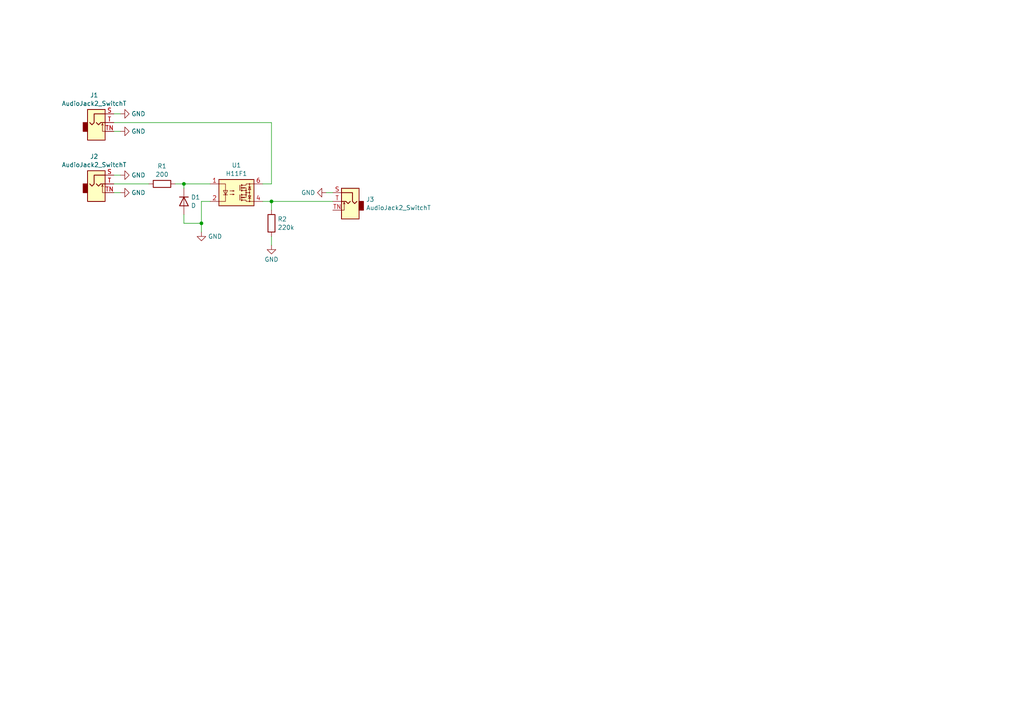
<source format=kicad_sch>
(kicad_sch (version 20231120) (generator "eeschema") (generator_version "8.0")
  (paper "A4")
  (lib_symbols
    (symbol "Connector_Audio:AudioJack2_SwitchT"
      (property "Reference" "J" (at 0 8.89 0))
      (property "Value" "AudioJack2_SwitchT" (at 0 6.35 0))
      (symbol "AudioJack2_SwitchT_0_1"
        (rectangle (start -2.54 0) (end -3.81 -2.54) (stroke (width 0.254)) (fill (type outline)))
        (polyline (pts (xy 1.778 -0.254) (xy 2.032 -0.762)))
        (polyline (pts (xy 0 0) (xy 0.635 -0.635) (xy 1.27 0) (xy 2.54 0)) (stroke (width 0.254)))
        (polyline (pts (xy 2.54 -2.54) (xy 1.778 -2.54) (xy 1.778 -0.254) (xy 1.524 -0.762)))
        (polyline (pts (xy 2.54 2.54) (xy -0.635 2.54) (xy -0.635 0) (xy -1.27 -0.635) (xy -1.905 0)) (stroke (width 0.254)))
        (rectangle (start 2.54 3.81) (end -2.54 -5.08) (stroke (width 0.254)) (fill (type background)))
      )
      (symbol "AudioJack2_SwitchT_1_1"
        (pin passive line (at 5.08 2.54 180) (length 2.54) (name "~") (number "S"))
        (pin passive line (at 5.08 0 180) (length 2.54) (name "~") (number "T"))
        (pin passive line (at 5.08 -2.54 180) (length 2.54) (name "~") (number "TN"))
      )
    )
    (symbol "Device:D" (pin_numbers hide) (pin_names (offset 1.016) hide)
      (property "Reference" "D" (at 0 2.54 0))
      (property "Value" "D" (at 0 -2.54 0))
      (symbol "D_0_1"
        (polyline (pts (xy -1.27 1.27) (xy -1.27 -1.27)) (stroke (width 0.254)))
        (polyline (pts (xy 1.27 0) (xy -1.27 0)))
        (polyline (pts (xy 1.27 1.27) (xy 1.27 -1.27) (xy -1.27 0) (xy 1.27 1.27)) (stroke (width 0.254)))
      )
      (symbol "D_1_1"
        (pin passive line (at -3.81 0 0) (length 2.54) (name "K") (number "1"))
        (pin passive line (at 3.81 0 180) (length 2.54) (name "A") (number "2"))
      )
    )
    (symbol "Device:R" (pin_numbers hide) (pin_names (offset 0))
      (property "Reference" "R" (at 2.032 0 90))
      (property "Value" "R" (at 0 0 90))
      (symbol "R_0_1"
        (rectangle (start -1.016 -2.54) (end 1.016 2.54) (stroke (width 0.254)))
      )
      (symbol "R_1_1"
        (pin passive line (at 0 3.81 270) (length 1.27) (name "~") (number "1"))
        (pin passive line (at 0 -3.81 90) (length 1.27) (name "~") (number "2"))
      )
    )
    (symbol "Relay_SolidState:TLP3542"
      (property "Reference" "U" (at -3.81 5.08 0))
      (property "Value" "TLP3542" (at -1.27 -5.08 0))
      (symbol "TLP3542_0_1"
        (rectangle (start -5.08 3.81) (end 5.08 -3.81) (stroke (width 0.254)) (fill (type background)))
        (polyline (pts (xy -3.81 -0.635) (xy -2.54 -0.635)))
        (polyline (pts (xy 1.016 -0.635) (xy 1.016 -2.159)) (stroke (width 0.2032)))
        (polyline (pts (xy 1.016 2.159) (xy 1.016 0.635)) (stroke (width 0.2032)))
        (polyline (pts (xy 1.524 -0.508) (xy 1.524 -0.762)) (stroke (width 0.3556)))
        (polyline (pts (xy 2.794 0) (xy 3.81 0)))
        (polyline (pts (xy 3.429 -1.651) (xy 4.191 -1.651)))
        (polyline (pts (xy 3.429 1.651) (xy 4.191 1.651)))
        (polyline (pts (xy 3.81 -2.54) (xy 3.81 2.54)))
        (polyline (pts (xy 1.524 -2.032) (xy 1.524 -2.286) (xy 1.524 -2.286)) (stroke (width 0.3556)))
        (polyline (pts (xy 1.524 -1.27) (xy 1.524 -1.524) (xy 1.524 -1.524)) (stroke (width 0.3556)))
        (polyline (pts (xy 1.524 0.762) (xy 1.524 0.508) (xy 1.524 0.508)) (stroke (width 0.3556)))
        (polyline (pts (xy 1.524 1.524) (xy 1.524 1.27) (xy 1.524 1.27)) (stroke (width 0.3556)))
        (polyline (pts (xy 1.524 2.286) (xy 1.524 2.032) (xy 1.524 2.032)) (stroke (width 0.3556)))
        (polyline (pts (xy 1.651 -1.397) (xy 2.794 -1.397) (xy 2.794 -0.635)))
        (polyline (pts (xy 1.651 1.397) (xy 2.794 1.397) (xy 2.794 0.635)))
        (polyline (pts (xy -5.08 2.54) (xy -3.175 2.54) (xy -3.175 -2.54) (xy -5.08 -2.54)))
        (polyline (pts (xy -3.175 -0.635) (xy -3.81 0.635) (xy -2.54 0.635) (xy -3.175 -0.635)))
        (polyline (pts (xy 1.651 -2.159) (xy 2.794 -2.159) (xy 2.794 -2.54) (xy 5.08 -2.54)))
        (polyline (pts (xy 1.651 -0.635) (xy 2.794 -0.635) (xy 2.794 0.635) (xy 1.651 0.635)))
        (polyline (pts (xy 1.651 2.159) (xy 2.794 2.159) (xy 2.794 2.54) (xy 5.08 2.54)))
        (polyline (pts (xy 1.778 -1.397) (xy 2.286 -1.27) (xy 2.286 -1.524) (xy 1.778 -1.397)))
        (polyline (pts (xy 1.778 1.397) (xy 2.286 1.524) (xy 2.286 1.27) (xy 1.778 1.397)))
        (polyline (pts (xy 3.81 -1.651) (xy 3.429 -0.889) (xy 4.191 -0.889) (xy 3.81 -1.651)))
        (polyline (pts (xy 3.81 1.651) (xy 3.429 0.889) (xy 4.191 0.889) (xy 3.81 1.651)))
        (polyline (pts (xy -1.905 -0.508) (xy -0.635 -0.508) (xy -1.016 -0.635) (xy -1.016 -0.381) (xy -0.635 -0.508)))
        (polyline (pts (xy -1.905 0.508) (xy -0.635 0.508) (xy -1.016 0.381) (xy -1.016 0.635) (xy -0.635 0.508)))
        (circle (center 2.794 -0.635) (radius 0.127))
        (circle (center 2.794 0) (radius 0.127))
        (circle (center 2.794 0.635) (radius 0.127))
        (circle (center 3.81 -2.54) (radius 0.127))
        (circle (center 3.81 0) (radius 0.127))
        (circle (center 3.81 2.54) (radius 0.127))
      )
      (symbol "TLP3542_1_1"
        (pin passive line (at -7.62 2.54 0) (length 2.54) (name "~") (number "1"))
        (pin passive line (at -7.62 -2.54 0) (length 2.54) (name "~") (number "2"))
        (pin no_connect line (at -5.08 0 0) (length 2.54) hide (name "~") (number "3"))
        (pin passive line (at 7.62 -2.54 180) (length 2.54) (name "~") (number "4"))
        (pin passive line (at 7.62 2.54 180) (length 2.54) (name "~") (number "6"))
      )
    )
    (symbol "power:GND" (power) (pin_names (offset 0))
      (property "Value" "GND" (at 0 -3.81 0))
      (symbol "GND_0_1"
        (polyline (pts (xy 0 0) (xy 0 -1.27) (xy 1.27 -1.27) (xy 0 -2.54) (xy -1.27 -1.27) (xy 0 -1.27)))
      )
      (symbol "GND_1_1"
        (pin power_in line (at 0 0 270) (length 0) hide (name "GND") (number "1"))
      )
    )
  )
  (junction (at 78.74 58.42))
  (junction (at 53.34 53.34))
  (junction (at 58.42 64.77))
  (wire (pts (xy 53.34 53.34) (xy 53.34 54.61)))
  (wire (pts (xy 33.02 35.56) (xy 78.74 35.56)))
  (wire (pts (xy 78.74 68.58) (xy 78.74 71.12)))
  (wire (pts (xy 78.74 58.42) (xy 96.52 58.42)))
  (wire (pts (xy 50.8 53.34) (xy 53.34 53.34)))
  (wire (pts (xy 58.42 64.77) (xy 58.42 67.31)))
  (wire (pts (xy 33.02 53.34) (xy 43.18 53.34)))
  (wire (pts (xy 53.34 64.77) (xy 58.42 64.77)))
  (wire (pts (xy 33.02 50.8) (xy 34.925 50.8)))
  (wire (pts (xy 94.615 55.88) (xy 96.52 55.88)))
  (wire (pts (xy 58.42 58.42) (xy 58.42 64.77)))
  (wire (pts (xy 78.74 35.56) (xy 78.74 53.34)))
  (wire (pts (xy 58.42 58.42) (xy 60.96 58.42)))
  (wire (pts (xy 78.74 58.42) (xy 78.74 60.96)))
  (wire (pts (xy 33.02 55.88) (xy 34.925 55.88)))
  (wire (pts (xy 33.02 33.02) (xy 34.925 33.02)))
  (wire (pts (xy 33.02 38.1) (xy 34.925 38.1)))
  (wire (pts (xy 76.2 58.42) (xy 78.74 58.42)))
  (wire (pts (xy 53.34 62.23) (xy 53.34 64.77)))
  (wire (pts (xy 53.34 53.34) (xy 60.96 53.34)))
  (wire (pts (xy 78.74 53.34) (xy 76.2 53.34)))
  (symbol (lib_id "Connector_Audio:AudioJack2_SwitchT") (at 27.94 35.56 0) (unit 1)
    (property "Reference" "J1" (at 27.305 27.6057 0))
    (property "Value" "AudioJack2_SwitchT" (at 27.305 30.0299 0))
    (property "Footprint" "Custom_FP:PJ398SM" (effects (hide yes)))
  )
  (symbol (lib_id "Device:R") (at 46.99 53.34 90) (unit 1)
    (property "Reference" "R1" (at 46.99 48.1797 90))
    (property "Value" "200" (at 46.99 50.6039 90))
    (property "Footprint" "Resistor_SMD:R_0603_1608Metric" (effects (hide yes)))
  )
  (symbol (lib_id "power:GND") (at 34.925 33.02 90) (unit 1)
    (property "Reference" "#PWR03" (effects (hide yes)))
    (property "Value" "GND" (at 38.1 33.02 90) (effects (justify right)))
  )
  (symbol (lib_id "power:GND") (at 34.925 38.1 90) (unit 1)
    (property "Reference" "#PWR04" (effects (hide yes)))
    (property "Value" "GND" (at 38.1 38.1 90) (effects (justify right)))
  )
  (symbol (lib_id "Connector_Audio:AudioJack2_SwitchT") (at 27.94 53.34 0) (unit 1)
    (property "Reference" "J2" (at 27.305 45.3857 0))
    (property "Value" "AudioJack2_SwitchT" (at 27.305 47.8099 0))
    (property "Footprint" "Custom_FP:PJ398SM" (effects (hide yes)))
  )
  (symbol (lib_id "power:GND") (at 34.925 50.8 90) (unit 1)
    (property "Reference" "#PWR05" (effects (hide yes)))
    (property "Value" "GND" (at 38.1 50.8 90) (effects (justify right)))
  )
  (symbol (lib_id "Device:R") (at 78.74 64.77 180) (unit 1)
    (property "Reference" "R2" (at 80.518 63.5578 0) (effects (justify right)))
    (property "Value" "220k" (at 80.518 65.9821 0) (effects (justify right)))
    (property "Footprint" "Resistor_SMD:R_0603_1608Metric" (effects (hide yes)))
  )
  (symbol (lib_id "Relay_SolidState:TLP3542") (at 68.58 55.88 0) (unit 1)
    (property "Reference" "U1" (at 68.58 47.9255 0))
    (property "Value" "H11F1" (at 68.58 50.3498 0))
    (property "Footprint" "Package_DIP:DIP-6_W8.89mm_SMDSocket_LongPads" (effects (hide yes)))
    (property "Datasheet" "https://toshiba.semicon-storage.com/info/docget.jsp?did=1284&prodName=TLP3542" (effects (hide yes)))
    (property "Description" "Photo MOSFET optically coupled, ON 4A, 50mohm, OFF state 20V, Isolation 2500 VRMS, DIP-5-6" (effects (hide yes)))
  )
  (symbol (lib_id "power:GND") (at 34.925 55.88 90) (unit 1)
    (property "Reference" "#PWR06" (effects (hide yes)))
    (property "Value" "GND" (at 38.1 55.88 90) (effects (justify right)))
  )
  (symbol (lib_id "Connector_Audio:AudioJack2_SwitchT") (at 101.6 58.42 0) (mirror y) (unit 1)
    (property "Reference" "J3" (at 106.172 57.8429 0) (effects (justify right)))
    (property "Value" "AudioJack2_SwitchT" (at 106.172 60.2671 0) (effects (justify right)))
    (property "Footprint" "Custom_FP:PJ398SM" (effects (hide yes)))
  )
  (symbol (lib_id "power:GND") (at 58.42 67.31 0) (unit 1)
    (property "Reference" "#PWR07" (effects (hide yes)))
    (property "Value" "GND" (at 60.325 68.58 0) (effects (justify left)))
  )
  (symbol (lib_id "power:GND") (at 78.74 71.12 0) (unit 1)
    (property "Reference" "#PWR01" (effects (hide yes)))
    (property "Value" "GND" (at 78.74 75.2531 0))
  )
  (symbol (lib_id "Device:D") (at 53.34 58.42 270) (unit 1)
    (property "Reference" "D1" (at 55.372 57.2078 90) (effects (justify left)))
    (property "Value" "D" (at 55.372 59.6321 90) (effects (justify left)))
    (property "Footprint" "Diode_SMD:D_SOD-323_HandSoldering" (effects (hide yes)))
    (property "Description" "Diode" (effects (hide yes)))
    (property "Sim.Device" "D" (effects (hide yes)))
    (property "Sim.Pins" "1=K 2=A" (effects (hide yes)))
  )
  (symbol (lib_id "power:GND") (at 94.615 55.88 270) (unit 1)
    (property "Reference" "#PWR02" (effects (hide yes)))
    (property "Value" "GND" (at 91.4401 55.88 90) (effects (justify right)))
  )
)
</source>
